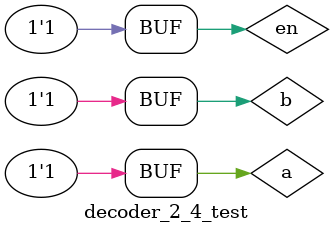
<source format=v>
module decoder_2_4_test;
reg a,b,en;
wire [3:0]y;
decoder_2_4_beh inst(.a(a),.b(b),.en(en),.y(y));
initial begin
en=1'b0;
#100
a=1'b0;b=1'b0;en=1'b1;
#100
a=1'b0;b=1'b1;en=1'b1;
#100
a=1'b1;b=1'b0;en=1'b1;
#100
a=1'b1;b=1'b1;en=1'b1;
end
endmodule

</source>
